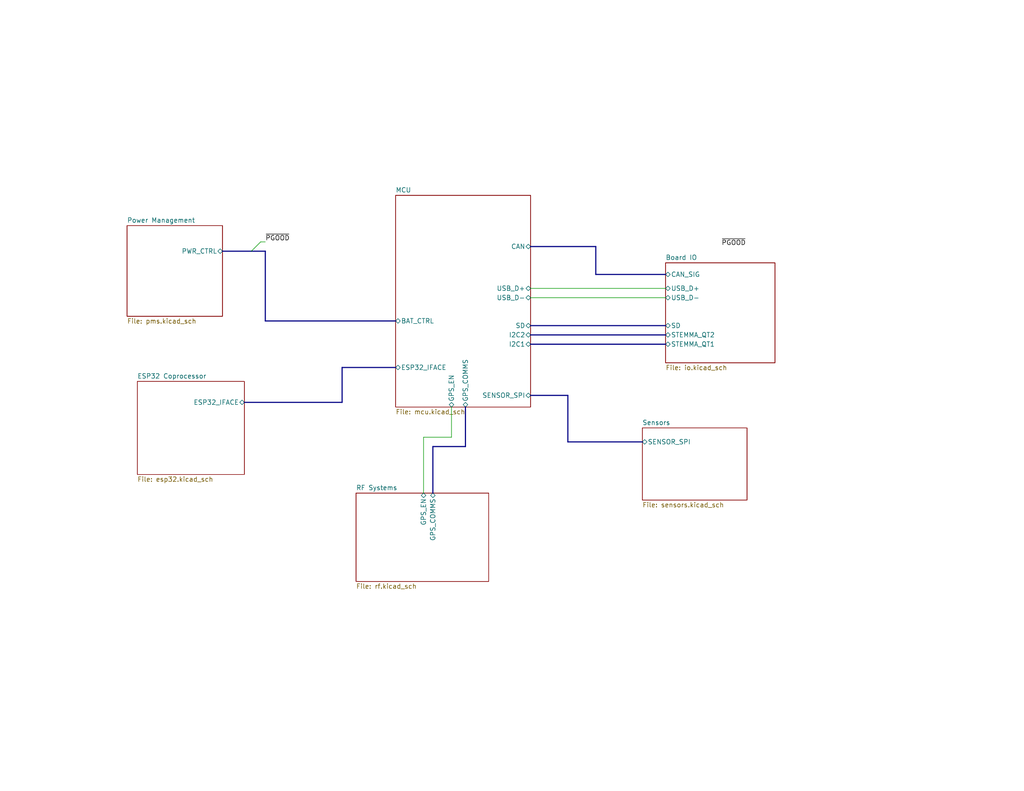
<source format=kicad_sch>
(kicad_sch (version 20230121) (generator eeschema)
  (paper "A")
  (title_block (title "T3 Telemetry Board") (date "2023-07-26") (rev "1") (company "Solar Vehicle Project"))
  (lib_symbols)
  (bus_entry (at 68.58 68.58) (size 2.54 -2.54))
  (wire (pts (xy 144.78 81.28) (xy 181.61 81.28)))
  (bus (pts (xy 144.78 93.98) (xy 181.61 93.98)))
  (bus (pts (xy 162.56 67.31) (xy 162.56 74.93)))
  (wire (pts (xy 115.57 119.38) (xy 123.19 119.38)))
  (bus (pts (xy 154.94 120.65) (xy 154.94 107.95)))
  (bus (pts (xy 93.345 109.855) (xy 93.345 100.33)))
  (bus (pts (xy 66.675 109.855) (xy 93.345 109.855)))
  (bus (pts (xy 72.39 68.58) (xy 72.39 87.63)))
  (wire (pts (xy 71.12 66.04) (xy 72.39 66.04)))
  (bus (pts (xy 175.26 120.65) (xy 154.94 120.65)))
  (bus (pts (xy 118.11 121.92) (xy 118.11 134.62)))
  (bus (pts (xy 154.94 107.95) (xy 144.78 107.95)))
  (bus (pts (xy 181.61 74.93) (xy 162.56 74.93)))
  (bus (pts (xy 72.39 87.63) (xy 107.95 87.63)))
  (bus (pts (xy 127 111.125) (xy 127 121.92)))
  (wire (pts (xy 144.78 78.74) (xy 181.61 78.74)))
  (bus (pts (xy 107.95 100.33) (xy 93.345 100.33)))
  (bus (pts (xy 118.11 121.92) (xy 127 121.92)))
  (bus (pts (xy 162.56 67.31) (xy 144.78 67.31)))
  (wire (pts (xy 115.57 119.38) (xy 115.57 134.62)))
  (bus (pts (xy 144.78 91.44) (xy 181.61 91.44)))
  (wire (pts (xy 123.19 111.125) (xy 123.19 119.38)))
  (bus (pts (xy 60.706 68.58) (xy 68.58 68.58)))
  (bus (pts (xy 68.58 68.58) (xy 72.39 68.58)))
  (bus (pts (xy 144.78 88.9) (xy 181.61 88.9)))
  (label "~{PGOOD}" (at 72.39 66.04 0))
  (label "~{PGOOD}" (at 196.85 67.31 0))
  (sheet (at 37.465 104.14) (size 29.21 25.4) (stroke (width 0.1524))
    (property "Sheetname" "ESP32 Coprocessor" (at 37.465 103.4284 0) (effects (justify left bottom)))
    (property "Sheetfile" "esp32.kicad_sch" (at 37.465 130.1246 0) (effects (justify left top)))
    (pin "ESP32_IFACE" bidirectional (at 66.675 109.855 0))
  )
  (sheet (at 181.61 71.755) (size 29.845 27.305) (stroke (width 0.1524))
    (property "Sheetname" "Board IO" (at 181.61 71.0434 0) (effects (justify left bottom)))
    (property "Sheetfile" "io.kicad_sch" (at 181.61 99.6446 0) (effects (justify left top)))
    (pin "CAN_SIG" bidirectional (at 181.61 74.93 180))
    (pin "USB_D+" bidirectional (at 181.61 78.74 180))
    (pin "USB_D-" bidirectional (at 181.61 81.28 180))
    (pin "SD" bidirectional (at 181.61 88.9 180))
    (pin "STEMMA_QT2" bidirectional (at 181.61 91.44 180))
    (pin "STEMMA_QT1" bidirectional (at 181.61 93.98 180))
  )
  (sheet (at 97.155 134.62) (size 36.195 24.13) (stroke (width 0.1524))
    (property "Sheetname" "RF Systems" (at 97.155 133.9084 0) (effects (justify left bottom)))
    (property "Sheetfile" "rf.kicad_sch" (at 97.155 159.3346 0) (effects (justify left top)))
    (pin "GPS_COMMS" bidirectional (at 118.11 134.62 90))
    (pin "GPS_EN" bidirectional (at 115.57 134.62 90))
  )
  (sheet (at 107.95 53.34) (size 36.83 57.785) (stroke (width 0.1524))
    (property "Sheetname" "MCU" (at 107.95 52.6284 0) (effects (justify left bottom)))
    (property "Sheetfile" "mcu.kicad_sch" (at 107.95 111.7096 0) (effects (justify left top)))
    (pin "ESP32_IFACE" bidirectional (at 107.95 100.33 180))
    (pin "CAN" bidirectional (at 144.78 67.31 0))
    (pin "BAT_CTRL" bidirectional (at 107.95 87.63 180))
    (pin "GPS_EN" bidirectional (at 123.19 111.125 270))
    (pin "GPS_COMMS" bidirectional (at 127 111.125 270))
    (pin "SENSOR_SPI" bidirectional (at 144.78 107.95 0))
    (pin "SD" bidirectional (at 144.78 88.9 0))
    (pin "I2C1" bidirectional (at 144.78 93.98 0))
    (pin "I2C2" bidirectional (at 144.78 91.44 0))
    (pin "USB_D+" bidirectional (at 144.78 78.74 0))
    (pin "USB_D-" bidirectional (at 144.78 81.28 0))
  )
  (sheet (at 175.26 116.84) (size 28.575 19.685) (stroke (width 0.1524))
    (property "Sheetname" "Sensors" (at 175.26 116.1284 0) (effects (justify left bottom)))
    (property "Sheetfile" "sensors.kicad_sch" (at 175.26 137.1096 0) (effects (justify left top)))
    (pin "SENSOR_SPI" bidirectional (at 175.26 120.65 180))
  )
  (sheet (at 34.671 61.595) (size 26.035 24.765) (stroke (width 0.1524))
    (property "Sheetname" "Power Management" (at 34.671 60.8834 0) (effects (justify left bottom)))
    (property "Sheetfile" "pms.kicad_sch" (at 34.671 86.9446 0) (effects (justify left top)))
    (pin "PWR_CTRL" bidirectional (at 60.706 68.58 0))
  )
)
</source>
